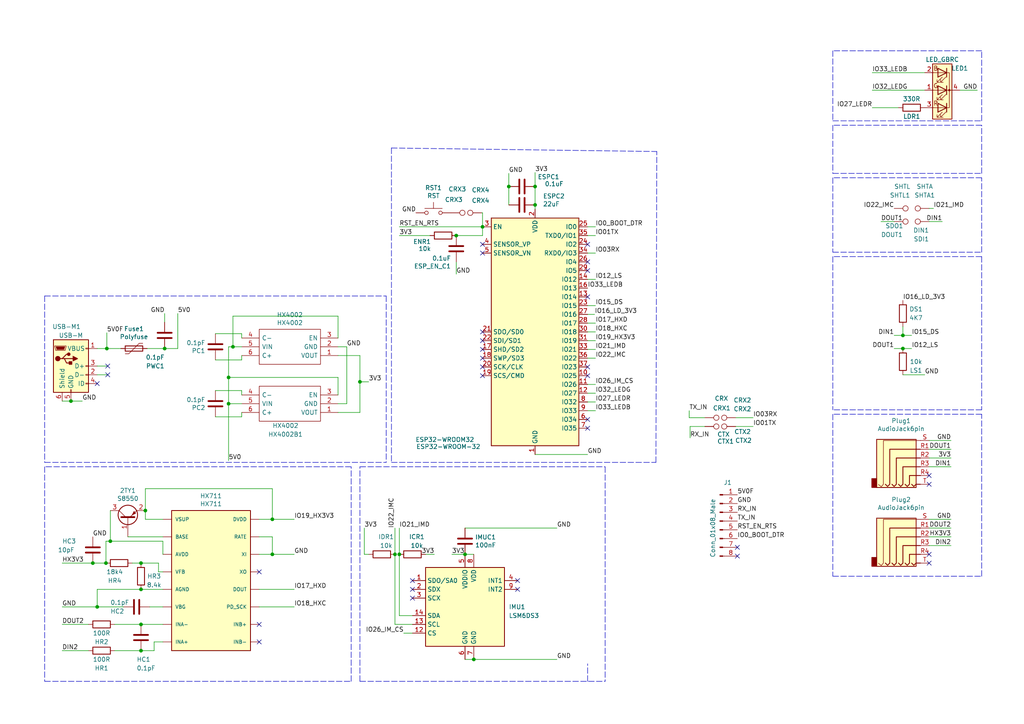
<source format=kicad_sch>
(kicad_sch (version 20211123) (generator eeschema)
  (paper "A4")
  (title_block (title "Smart Device LDAD NANO HX- Prototype Dev. Board") (rev "5.3") (company "AeonLabs") (comment 1 "License CC 2022"))
  (lib_symbols
    (symbol "Connector:AudioJack6pin"
      (property "Reference" "J" (at -4.1148 11.7348 0))
      (property "Value" "Connector_AudioJack6pin" (at -4.1148 9.1948 0))
      (symbol "AudioJack6pin_0_1"
        (rectangle (start -10.2616 -4.7244) (end -11.5316 -7.2644) (stroke (width 0.254)) (fill (type outline)))
        (polyline (pts (xy 0 -6.35) (xy 0.635 -6.985) (xy 1.27 -6.35) (xy 2.54 -6.35)) (stroke (width 0.254)))
        (polyline (pts (xy -5.715 -6.35) (xy -5.08 -6.985) (xy -4.445 -6.35) (xy -4.445 1.27) (xy 2.54 1.27)) (stroke (width 0.254)))
        (polyline (pts (xy -1.905 -6.35) (xy -1.27 -6.985) (xy -0.635 -6.35) (xy -0.635 -3.81) (xy 2.54 -3.81)) (stroke (width 0.254)))
        (polyline (pts (xy 2.54 -1.27) (xy -2.54 -1.27) (xy -2.54 -6.35) (xy -3.175 -6.985) (xy -3.81 -6.35)) (stroke (width 0.254)))
        (polyline (pts (xy 2.54 3.81) (xy -6.35 3.81) (xy -6.35 -6.35) (xy -6.985 -6.985) (xy -7.62 -6.35)) (stroke (width 0.254)))
        (polyline (pts (xy 2.54 6.35) (xy -8.1788 6.35) (xy -8.2042 -6.35) (xy -8.8138 -7.0612) (xy -9.6266 -6.4008)))
        (rectangle (start 1.2954 6.6802) (end -10.1346 -7.2898) (stroke (width 0.254)) (fill (type background)))
      )
      (symbol "AudioJack6pin_1_1"
        (pin passive line (at 5.08 3.81 180) (length 2.54) (name "~") (number "R1"))
        (pin passive line (at 5.08 1.27 180) (length 2.54) (name "~") (number "R2"))
        (pin passive line (at 5.08 -1.27 180) (length 2.54) (name "~") (number "R3"))
        (pin passive line (at 5.08 -3.81 180) (length 2.54) (name "~") (number "R4"))
        (pin passive line (at 5.08 6.35 180) (length 2.54) (name "~") (number "S"))
        (pin passive line (at 5.08 -6.35 180) (length 2.54) (name "~") (number "T"))
      )
    )
    (symbol "Connector:Conn_01x08_Male" (pin_names (offset 1.016) hide)
      (property "Reference" "J" (at 0 10.16 0))
      (property "Value" "Conn_01x08_Male" (at 0 -12.7 0))
      (symbol "Conn_01x08_Male_1_1"
        (polyline (pts (xy 1.27 -10.16) (xy 0.8636 -10.16)) (stroke (width 0.1524)))
        (polyline (pts (xy 1.27 -7.62) (xy 0.8636 -7.62)) (stroke (width 0.1524)))
        (polyline (pts (xy 1.27 -5.08) (xy 0.8636 -5.08)) (stroke (width 0.1524)))
        (polyline (pts (xy 1.27 -2.54) (xy 0.8636 -2.54)) (stroke (width 0.1524)))
        (polyline (pts (xy 1.27 0) (xy 0.8636 0)) (stroke (width 0.1524)))
        (polyline (pts (xy 1.27 2.54) (xy 0.8636 2.54)) (stroke (width 0.1524)))
        (polyline (pts (xy 1.27 5.08) (xy 0.8636 5.08)) (stroke (width 0.1524)))
        (polyline (pts (xy 1.27 7.62) (xy 0.8636 7.62)) (stroke (width 0.1524)))
        (rectangle (start 0.8636 -10.033) (end 0 -10.287) (stroke (width 0.1524)) (fill (type outline)))
        (rectangle (start 0.8636 -7.493) (end 0 -7.747) (stroke (width 0.1524)) (fill (type outline)))
        (rectangle (start 0.8636 -4.953) (end 0 -5.207) (stroke (width 0.1524)) (fill (type outline)))
        (rectangle (start 0.8636 -2.413) (end 0 -2.667) (stroke (width 0.1524)) (fill (type outline)))
        (rectangle (start 0.8636 0.127) (end 0 -0.127) (stroke (width 0.1524)) (fill (type outline)))
        (rectangle (start 0.8636 2.667) (end 0 2.413) (stroke (width 0.1524)) (fill (type outline)))
        (rectangle (start 0.8636 5.207) (end 0 4.953) (stroke (width 0.1524)) (fill (type outline)))
        (rectangle (start 0.8636 7.747) (end 0 7.493) (stroke (width 0.1524)) (fill (type outline)))
        (pin passive line (at 5.08 7.62 180) (length 3.81) (name "Pin_1") (number "1"))
        (pin passive line (at 5.08 5.08 180) (length 3.81) (name "Pin_2") (number "2"))
        (pin passive line (at 5.08 2.54 180) (length 3.81) (name "Pin_3") (number "3"))
        (pin passive line (at 5.08 0 180) (length 3.81) (name "Pin_4") (number "4"))
        (pin passive line (at 5.08 -2.54 180) (length 3.81) (name "Pin_5") (number "5"))
        (pin passive line (at 5.08 -5.08 180) (length 3.81) (name "Pin_6") (number "6"))
        (pin passive line (at 5.08 -7.62 180) (length 3.81) (name "Pin_7") (number "7"))
        (pin passive line (at 5.08 -10.16 180) (length 3.81) (name "Pin_8") (number "8"))
      )
    )
    (symbol "Connector:TestPoint" (pin_numbers hide) (pin_names (offset 0.762) hide)
      (property "Reference" "TP" (at 0 6.858 0))
      (property "Value" "TestPoint" (at 0 5.08 0))
      (symbol "TestPoint_0_1"
        (circle (center 0 3.302) (radius 0.762))
      )
      (symbol "TestPoint_1_1"
        (pin passive line (at 0 0 90) (length 2.54) (name "1") (number "1"))
      )
    )
    (symbol "Connector:USB_B_Micro" (pin_names (offset 1.016))
      (property "Reference" "J" (at -5.08 11.43 0))
      (property "Value" "USB_B_Micro" (at -5.08 8.89 0))
      (symbol "USB_B_Micro_0_1"
        (rectangle (start -5.08 -7.62) (end 5.08 7.62) (stroke (width 0.254)) (fill (type background)))
        (circle (center -3.81 2.159) (radius 0.635) (stroke (width 0.254)) (fill (type outline)))
        (circle (center -0.635 3.429) (radius 0.381) (stroke (width 0.254)) (fill (type outline)))
        (rectangle (start -0.127 -7.62) (end 0.127 -6.858))
        (polyline (pts (xy -1.905 2.159) (xy 0.635 2.159)) (stroke (width 0.254)))
        (polyline (pts (xy -3.175 2.159) (xy -2.54 2.159) (xy -1.27 3.429) (xy -0.635 3.429)) (stroke (width 0.254)))
        (polyline (pts (xy -2.54 2.159) (xy -1.905 2.159) (xy -1.27 0.889) (xy 0 0.889)) (stroke (width 0.254)))
        (polyline (pts (xy 0.635 2.794) (xy 0.635 1.524) (xy 1.905 2.159) (xy 0.635 2.794)) (stroke (width 0.254)) (fill (type outline)))
        (polyline (pts (xy -4.318 5.588) (xy -1.778 5.588) (xy -2.032 4.826) (xy -4.064 4.826) (xy -4.318 5.588)) (fill (type outline)))
        (polyline (pts (xy -4.699 5.842) (xy -4.699 5.588) (xy -4.445 4.826) (xy -4.445 4.572) (xy -1.651 4.572) (xy -1.651 4.826) (xy -1.397 5.588) (xy -1.397 5.842) (xy -4.699 5.842)))
        (rectangle (start 0.254 1.27) (end -0.508 0.508) (stroke (width 0.254)) (fill (type outline)))
        (rectangle (start 5.08 -5.207) (end 4.318 -4.953))
        (rectangle (start 5.08 -2.667) (end 4.318 -2.413))
        (rectangle (start 5.08 -0.127) (end 4.318 0.127))
        (rectangle (start 5.08 4.953) (end 4.318 5.207))
      )
      (symbol "USB_B_Micro_1_1"
        (pin power_out line (at 7.62 5.08 180) (length 2.54) (name "VBUS") (number "1"))
        (pin bidirectional line (at 7.62 -2.54 180) (length 2.54) (name "D-") (number "2"))
        (pin bidirectional line (at 7.62 0 180) (length 2.54) (name "D+") (number "3"))
        (pin passive line (at 7.62 -5.08 180) (length 2.54) (name "ID") (number "4"))
        (pin power_out line (at 0 -10.16 90) (length 2.54) (name "GND") (number "5"))
        (pin passive line (at -2.54 -10.16 90) (length 2.54) (name "Shield") (number "6"))
      )
    )
    (symbol "Device:C" (pin_numbers hide) (pin_names (offset 0.254))
      (property "Reference" "C" (at 0.635 2.54 0))
      (property "Value" "C" (at 0.635 -2.54 0))
      (symbol "C_0_1"
        (polyline (pts (xy -2.032 -0.762) (xy 2.032 -0.762)) (stroke (width 0.508)))
        (polyline (pts (xy -2.032 0.762) (xy 2.032 0.762)) (stroke (width 0.508)))
      )
      (symbol "C_1_1"
        (pin passive line (at 0 3.81 270) (length 2.794) (name "~") (number "1"))
        (pin passive line (at 0 -3.81 90) (length 2.794) (name "~") (number "2"))
      )
    )
    (symbol "Device:LED_GBRC" (pin_names (offset 0) hide)
      (property "Reference" "D" (at 0 9.398 0))
      (property "Value" "Device_LED_GBRC" (at 0 -8.89 0))
      (symbol "LED_GBRC_0_0"
        (text "B" (at 1.905 -6.35 0) (effects (font (size 1.27 1.27))))
        (text "G" (at 1.905 -1.27 0) (effects (font (size 1.27 1.27))))
        (text "R" (at 1.905 3.81 0) (effects (font (size 1.27 1.27))))
      )
      (symbol "LED_GBRC_0_1"
        (circle (center -2.032 0) (radius 0.254) (fill (type outline)))
        (polyline (pts (xy -1.27 -5.08) (xy 1.27 -5.08)))
        (polyline (pts (xy -1.27 -3.81) (xy -1.27 -6.35)) (stroke (width 0.254)))
        (polyline (pts (xy -1.27 0) (xy -2.54 0)))
        (polyline (pts (xy -1.27 1.27) (xy -1.27 -1.27)) (stroke (width 0.254)))
        (polyline (pts (xy -1.27 5.08) (xy 1.27 5.08)))
        (polyline (pts (xy -1.27 6.35) (xy -1.27 3.81)) (stroke (width 0.254)))
        (polyline (pts (xy 1.27 -5.08) (xy 2.54 -5.08)))
        (polyline (pts (xy 1.27 0) (xy -1.27 0)))
        (polyline (pts (xy 1.27 0) (xy 2.54 0)))
        (polyline (pts (xy 1.27 5.08) (xy 2.54 5.08)))
        (polyline (pts (xy -1.27 1.27) (xy -1.27 -1.27) (xy -1.27 -1.27)))
        (polyline (pts (xy -1.27 6.35) (xy -1.27 3.81) (xy -1.27 3.81)))
        (polyline (pts (xy -1.27 5.08) (xy -2.032 5.08) (xy -2.032 -5.08) (xy -1.016 -5.08)))
        (polyline (pts (xy 1.27 -3.81) (xy 1.27 -6.35) (xy -1.27 -5.08) (xy 1.27 -3.81)) (stroke (width 0.254)))
        (polyline (pts (xy 1.27 1.27) (xy 1.27 -1.27) (xy -1.27 0) (xy 1.27 1.27)) (stroke (width 0.254)))
        (polyline (pts (xy 1.27 6.35) (xy 1.27 3.81) (xy -1.27 5.08) (xy 1.27 6.35)) (stroke (width 0.254)))
        (polyline (pts (xy -1.016 -3.81) (xy 0.508 -2.286) (xy -0.254 -2.286) (xy 0.508 -2.286) (xy 0.508 -3.048)))
        (polyline (pts (xy -1.016 1.27) (xy 0.508 2.794) (xy -0.254 2.794) (xy 0.508 2.794) (xy 0.508 2.032)))
        (polyline (pts (xy -1.016 6.35) (xy 0.508 7.874) (xy -0.254 7.874) (xy 0.508 7.874) (xy 0.508 7.112)))
        (polyline (pts (xy 0 -3.81) (xy 1.524 -2.286) (xy 0.762 -2.286) (xy 1.524 -2.286) (xy 1.524 -3.048)))
        (polyline (pts (xy 0 1.27) (xy 1.524 2.794) (xy 0.762 2.794) (xy 1.524 2.794) (xy 1.524 2.032)))
        (polyline (pts (xy 0 6.35) (xy 1.524 7.874) (xy 0.762 7.874) (xy 1.524 7.874) (xy 1.524 7.112)))
        (rectangle (start 1.27 -1.27) (end 1.27 1.27))
        (rectangle (start 1.27 1.27) (end 1.27 1.27))
        (rectangle (start 1.27 3.81) (end 1.27 6.35))
        (rectangle (start 1.27 6.35) (end 1.27 6.35))
        (rectangle (start 2.794 8.382) (end -2.794 -7.62) (stroke (width 0.254)) (fill (type background)))
      )
      (symbol "LED_GBRC_1_1"
        (pin passive line (at 5.08 0 180) (length 2.54) (name "GA") (number "1"))
        (pin passive line (at 5.08 -5.08 180) (length 2.54) (name "BA") (number "2"))
        (pin passive line (at 5.08 5.08 180) (length 2.54) (name "RA") (number "3"))
        (pin passive line (at -5.08 0 0) (length 2.54) (name "K") (number "4"))
      )
    )
    (symbol "Device:Polyfuse" (pin_numbers hide) (pin_names (offset 0))
      (property "Reference" "F" (at -2.54 0 90))
      (property "Value" "Polyfuse" (at 2.54 0 90))
      (symbol "Polyfuse_0_1"
        (rectangle (start -0.762 2.54) (end 0.762 -2.54) (stroke (width 0.254)))
        (polyline (pts (xy 0 2.54) (xy 0 -2.54)))
        (polyline (pts (xy -1.524 2.54) (xy -1.524 1.524) (xy 1.524 -1.524) (xy 1.524 -2.54)))
      )
      (symbol "Polyfuse_1_1"
        (pin passive line (at 0 3.81 270) (length 1.27) (name "~") (number "1"))
        (pin passive line (at 0 -3.81 90) (length 1.27) (name "~") (number "2"))
      )
    )
    (symbol "Device:R" (pin_numbers hide) (pin_names (offset 0))
      (property "Reference" "R" (at 2.032 0 90))
      (property "Value" "R" (at 0 0 90))
      (symbol "R_0_1"
        (rectangle (start -1.016 -2.54) (end 1.016 2.54) (stroke (width 0.254)))
      )
      (symbol "R_1_1"
        (pin passive line (at 0 3.81 270) (length 1.27) (name "~") (number "1"))
        (pin passive line (at 0 -3.81 90) (length 1.27) (name "~") (number "2"))
      )
    )
    (symbol "HX4002:HX4002" (pin_names (offset 0.762))
      (property "Reference" "IC" (at 24.13 7.62 0))
      (property "Value" "HX4002_HX4002" (at 24.13 5.08 0))
      (symbol "HX4002_0_0"
        (pin passive line (at 0 0 0) (length 5.08) (name "VOUT") (number "1"))
        (pin passive line (at 0 -2.54 0) (length 5.08) (name "GND") (number "2"))
        (pin passive line (at 0 -5.08 0) (length 5.08) (name "EN") (number "3"))
        (pin passive line (at 27.94 -5.08 180) (length 5.08) (name "C-") (number "4"))
        (pin passive line (at 27.94 -2.54 180) (length 5.08) (name "VIN") (number "5"))
        (pin passive line (at 27.94 0 180) (length 5.08) (name "C+") (number "6"))
      )
      (symbol "HX4002_0_1"
        (polyline (pts (xy 5.08 2.54) (xy 22.86 2.54) (xy 22.86 -7.62) (xy 5.08 -7.62) (xy 5.08 2.54)) (stroke (width 0.1524)))
      )
    )
    (symbol "HX711:HX711" (pin_numbers hide) (pin_names (offset 1.016))
      (property "Reference" "U" (at -12.7 21.082 0))
      (property "Value" "HX711_HX711" (at -12.7 -21.082 0))
      (symbol "HX711_0_0"
        (rectangle (start -12.7 -20.32) (end 10.16 20.32) (stroke (width 0.254)) (fill (type background)))
        (pin bidirectional line (at -15.24 17.78 0) (length 2.54) (name "VSUP") (number "1"))
        (pin bidirectional line (at 12.7 -12.7 180) (length 2.54) (name "INB+") (number "10"))
        (pin bidirectional line (at 12.7 -7.62 180) (length 2.54) (name "PD_SCK") (number "11"))
        (pin bidirectional line (at 12.7 -2.54 180) (length 2.54) (name "DOUT") (number "12"))
        (pin bidirectional line (at 12.7 2.54 180) (length 2.54) (name "XO") (number "13"))
        (pin bidirectional line (at 12.7 7.62 180) (length 2.54) (name "XI") (number "14"))
        (pin bidirectional line (at 12.7 12.7 180) (length 2.54) (name "RATE") (number "15"))
        (pin bidirectional line (at 12.7 17.78 180) (length 2.54) (name "DVDD") (number "16"))
        (pin bidirectional line (at -15.24 12.7 0) (length 2.54) (name "BASE") (number "2"))
        (pin bidirectional line (at -15.24 7.62 0) (length 2.54) (name "AVDD") (number "3"))
        (pin bidirectional line (at -15.24 2.54 0) (length 2.54) (name "VFB") (number "4"))
        (pin bidirectional line (at -15.24 -2.54 0) (length 2.54) (name "AGND") (number "5"))
        (pin bidirectional line (at -15.24 -7.62 0) (length 2.54) (name "VBG") (number "6"))
        (pin bidirectional line (at -15.24 -12.7 0) (length 2.54) (name "INA-") (number "7"))
        (pin bidirectional line (at -15.24 -17.78 0) (length 2.54) (name "INA+") (number "8"))
        (pin bidirectional line (at 12.7 -17.78 180) (length 2.54) (name "INB-") (number "9"))
      )
    )
    (symbol "RF_Module:ESP32-WROOM-32"
      (property "Reference" "U" (at -12.7 34.29 0))
      (property "Value" "ESP32-WROOM-32" (at 1.27 34.29 0))
      (symbol "ESP32-WROOM-32_0_1"
        (rectangle (start -12.7 33.02) (end 12.7 -33.02) (stroke (width 0.254)) (fill (type background)))
      )
      (symbol "ESP32-WROOM-32_1_1"
        (pin power_in line (at 0 -35.56 90) (length 2.54) (name "GND") (number "1"))
        (pin bidirectional line (at 15.24 -12.7 180) (length 2.54) (name "IO25") (number "10"))
        (pin bidirectional line (at 15.24 -15.24 180) (length 2.54) (name "IO26") (number "11"))
        (pin bidirectional line (at 15.24 -17.78 180) (length 2.54) (name "IO27") (number "12"))
        (pin bidirectional line (at 15.24 10.16 180) (length 2.54) (name "IO14") (number "13"))
        (pin bidirectional line (at 15.24 15.24 180) (length 2.54) (name "IO12") (number "14"))
        (pin passive line (at 0 -35.56 90) (length 2.54) hide (name "GND") (number "15"))
        (pin bidirectional line (at 15.24 12.7 180) (length 2.54) (name "IO13") (number "16"))
        (pin bidirectional line (at -15.24 -5.08 0) (length 2.54) (name "SHD/SD2") (number "17"))
        (pin bidirectional line (at -15.24 -7.62 0) (length 2.54) (name "SWP/SD3") (number "18"))
        (pin bidirectional line (at -15.24 -12.7 0) (length 2.54) (name "SCS/CMD") (number "19"))
        (pin power_in line (at 0 35.56 270) (length 2.54) (name "VDD") (number "2"))
        (pin bidirectional line (at -15.24 -10.16 0) (length 2.54) (name "SCK/CLK") (number "20"))
        (pin bidirectional line (at -15.24 0 0) (length 2.54) (name "SDO/SD0") (number "21"))
        (pin bidirectional line (at -15.24 -2.54 0) (length 2.54) (name "SDI/SD1") (number "22"))
        (pin bidirectional line (at 15.24 7.62 180) (length 2.54) (name "IO15") (number "23"))
        (pin bidirectional line (at 15.24 25.4 180) (length 2.54) (name "IO2") (number "24"))
        (pin bidirectional line (at 15.24 30.48 180) (length 2.54) (name "IO0") (number "25"))
        (pin bidirectional line (at 15.24 20.32 180) (length 2.54) (name "IO4") (number "26"))
        (pin bidirectional line (at 15.24 5.08 180) (length 2.54) (name "IO16") (number "27"))
        (pin bidirectional line (at 15.24 2.54 180) (length 2.54) (name "IO17") (number "28"))
        (pin bidirectional line (at 15.24 17.78 180) (length 2.54) (name "IO5") (number "29"))
        (pin input line (at -15.24 30.48 0) (length 2.54) (name "EN") (number "3"))
        (pin bidirectional line (at 15.24 0 180) (length 2.54) (name "IO18") (number "30"))
        (pin bidirectional line (at 15.24 -2.54 180) (length 2.54) (name "IO19") (number "31"))
        (pin no_connect line (at -12.7 -27.94 0) (length 2.54) hide (name "NC") (number "32"))
        (pin bidirectional line (at 15.24 -5.08 180) (length 2.54) (name "IO21") (number "33"))
        (pin bidirectional line (at 15.24 22.86 180) (length 2.54) (name "RXD0/IO3") (number "34"))
        (pin bidirectional line (at 15.24 27.94 180) (length 2.54) (name "TXD0/IO1") (number "35"))
        (pin bidirectional line (at 15.24 -7.62 180) (length 2.54) (name "IO22") (number "36"))
        (pin bidirectional line (at 15.24 -10.16 180) (length 2.54) (name "IO23") (number "37"))
        (pin passive line (at 0 -35.56 90) (length 2.54) hide (name "GND") (number "38"))
        (pin passive line (at 0 -35.56 90) (length 2.54) hide (name "GND") (number "39"))
        (pin input line (at -15.24 25.4 0) (length 2.54) (name "SENSOR_VP") (number "4"))
        (pin input line (at -15.24 22.86 0) (length 2.54) (name "SENSOR_VN") (number "5"))
        (pin input line (at 15.24 -25.4 180) (length 2.54) (name "IO34") (number "6"))
        (pin input line (at 15.24 -27.94 180) (length 2.54) (name "IO35") (number "7"))
        (pin bidirectional line (at 15.24 -20.32 180) (length 2.54) (name "IO32") (number "8"))
        (pin bidirectional line (at 15.24 -22.86 180) (length 2.54) (name "IO33") (number "9"))
      )
    )
    (symbol "Sensor_Motion:LSM6DS3"
      (property "Reference" "U" (at -11.43 15.24 0))
      (property "Value" "LSM6DS3" (at -11.43 12.7 0))
      (symbol "LSM6DS3_0_1"
        (rectangle (start 11.43 11.43) (end -11.43 -11.43) (stroke (width 0.254)) (fill (type background)))
      )
      (symbol "LSM6DS3_1_1"
        (pin bidirectional line (at -15.24 7.62 0) (length 3.81) (name "SDO/SA0") (number "1"))
        (pin no_connect line (at 10.16 -5.08 180) (length 3.81) hide (name "NC") (number "10"))
        (pin no_connect line (at 10.16 -2.54 180) (length 3.81) hide (name "NC") (number "11"))
        (pin input line (at -15.24 -7.62 0) (length 3.81) (name "CS") (number "12"))
        (pin input line (at -15.24 -5.08 0) (length 3.81) (name "SCL") (number "13"))
        (pin bidirectional line (at -15.24 -2.54 0) (length 3.81) (name "SDA") (number "14"))
        (pin bidirectional line (at -15.24 5.08 0) (length 3.81) (name "SDX") (number "2"))
        (pin input line (at -15.24 2.54 0) (length 3.81) (name "SCX") (number "3"))
        (pin output line (at 15.24 7.62 180) (length 3.81) (name "INT1") (number "4"))
        (pin power_in line (at 0 15.24 270) (length 3.81) (name "VDDIO") (number "5"))
        (pin power_in line (at 0 -15.24 90) (length 3.81) (name "GND") (number "6"))
        (pin power_in line (at 2.54 -15.24 90) (length 3.81) (name "GND") (number "7"))
        (pin power_in line (at 2.54 15.24 270) (length 3.81) (name "VDD") (number "8"))
        (pin output line (at 15.24 5.08 180) (length 3.81) (name "INT2") (number "9"))
      )
    )
    (symbol "Switch:SW_Push" (pin_numbers hide) (pin_names (offset 1.016) hide)
      (property "Reference" "SW" (at 1.27 2.54 0))
      (property "Value" "SW_Push" (at 0 -1.524 0))
      (symbol "SW_Push_0_1"
        (circle (center -2.032 0) (radius 0.508))
        (polyline (pts (xy 0 1.27) (xy 0 3.048)))
        (polyline (pts (xy 2.54 1.27) (xy -2.54 1.27)))
        (circle (center 2.032 0) (radius 0.508))
        (pin passive line (at -5.08 0 0) (length 2.54) (name "1") (number "1"))
        (pin passive line (at 5.08 0 180) (length 2.54) (name "2") (number "2"))
      )
    )
    (symbol "Transistor_BJT:BC807" (pin_names (offset 0) hide)
      (property "Reference" "Q" (at 5.08 1.905 0))
      (property "Value" "BC807" (at 5.08 0 0))
      (symbol "BC807_0_1"
        (polyline (pts (xy 0.635 0.635) (xy 2.54 2.54)))
        (polyline (pts (xy 0.635 -0.635) (xy 2.54 -2.54) (xy 2.54 -2.54)))
        (polyline (pts (xy 0.635 1.905) (xy 0.635 -1.905) (xy 0.635 -1.905)) (stroke (width 0.508)))
        (polyline (pts (xy 2.286 -1.778) (xy 1.778 -2.286) (xy 1.27 -1.27) (xy 2.286 -1.778) (xy 2.286 -1.778)) (fill (type outline)))
        (circle (center 1.27 0) (radius 2.8194) (stroke (width 0.254)))
      )
      (symbol "BC807_1_1"
        (pin input line (at -5.08 0 0) (length 5.715) (name "B") (number "1"))
        (pin passive line (at 2.54 -5.08 90) (length 2.54) (name "E") (number "2"))
        (pin passive line (at 2.54 5.08 270) (length 2.54) (name "C") (number "3"))
      )
    )
  )
  (junction (at 137.414 191.262))
  (junction (at 104.394 110.744))
  (junction (at 261.874 101.092))
  (junction (at 20.574 116.332))
  (junction (at 155.194 54.102))
  (junction (at 114.554 160.782))
  (junction (at 26.924 163.322))
  (junction (at 261.874 97.282))
  (junction (at 66.294 109.474))
  (junction (at 42.164 148.082))
  (junction (at 139.954 65.786))
  (junction (at 67.564 100.584))
  (junction (at 115.824 160.782))
  (junction (at 134.874 160.782))
  (junction (at 132.334 68.326))
  (junction (at 147.574 54.102))
  (junction (at 32.004 156.972))
  (junction (at 40.894 188.722))
  (junction (at 78.994 160.782))
  (junction (at 78.994 150.622))
  (junction (at 155.194 59.436))
  (junction (at 30.988 101.092))
  (junction (at 66.294 117.094))
  (junction (at 40.894 181.102))
  (junction (at 30.734 163.322))
  (junction (at 40.894 170.942))
  (junction (at 28.194 176.022))
  (junction (at 40.894 163.322))
  (junction (at 47.752 101.092))
  (no_connect (at 139.954 96.266))
  (no_connect (at 170.434 121.666))
  (no_connect (at 119.634 170.942))
  (no_connect (at 139.954 108.966))
  (no_connect (at 150.114 168.402))
  (no_connect (at 150.114 170.942))
  (no_connect (at 75.184 165.862))
  (no_connect (at 119.634 173.482))
  (no_connect (at 170.434 106.426))
  (no_connect (at 170.434 86.106))
  (no_connect (at 170.434 75.946))
  (no_connect (at 139.954 103.886))
  (no_connect (at 170.434 78.486))
  (no_connect (at 269.494 140.462))
  (no_connect (at 269.494 163.322))
  (no_connect (at 213.868 158.75))
  (no_connect (at 213.868 161.29))
  (no_connect (at 269.494 137.922))
  (no_connect (at 170.434 70.866))
  (no_connect (at 139.954 106.426))
  (no_connect (at 139.954 101.346))
  (no_connect (at 139.954 70.866))
  (no_connect (at 269.494 160.782))
  (no_connect (at 31.242 106.172))
  (no_connect (at 31.242 108.712))
  (no_connect (at 139.954 98.806))
  (no_connect (at 170.434 108.966))
  (no_connect (at 119.634 168.402))
  (no_connect (at 28.194 111.252))
  (no_connect (at 75.184 181.102))
  (no_connect (at 75.184 186.182))
  (no_connect (at 170.434 124.206))
  (no_connect (at 139.954 73.406))
  (wire (pts (xy 70.104 113.284) (xy 62.484 113.284)))
  (polyline (pts (xy 113.538 42.926) (xy 190.5 43.942)))
  (wire (pts (xy 213.36 123.698) (xy 218.44 123.698)))
  (wire (pts (xy 47.752 93.472) (xy 47.752 90.932)))
  (wire (pts (xy 269.494 155.702) (xy 275.844 155.702)))
  (polyline (pts (xy 101.854 135.382) (xy 12.954 135.382)))
  (wire (pts (xy 100.584 100.584) (xy 100.584 117.094)))
  (wire (pts (xy 47.244 160.782) (xy 47.244 156.972)))
  (wire (pts (xy 259.334 64.262) (xy 255.524 64.262)))
  (wire (pts (xy 40.894 188.722) (xy 33.274 188.722)))
  (wire (pts (xy 155.194 59.436) (xy 155.194 60.706)))
  (wire (pts (xy 137.414 160.782) (xy 134.874 160.782)))
  (polyline (pts (xy 170.434 197.612) (xy 170.434 192.532)))
  (polyline (pts (xy 175.514 135.382) (xy 175.514 197.612)))
  (wire (pts (xy 104.394 110.744) (xy 104.394 119.634)))
  (polyline (pts (xy 241.554 14.732) (xy 241.554 35.052)))
  (wire (pts (xy 269.494 132.842) (xy 275.844 132.842)))
  (polyline (pts (xy 241.554 73.152) (xy 284.734 73.152)))
  (wire (pts (xy 75.184 150.622) (xy 78.994 150.622)))
  (wire (pts (xy 44.704 188.722) (xy 40.894 188.722)))
  (wire (pts (xy 75.184 155.702) (xy 78.994 155.702)))
  (wire (pts (xy 269.494 127.762) (xy 275.844 127.762)))
  (wire (pts (xy 20.574 116.332) (xy 23.876 116.332)))
  (wire (pts (xy 170.434 65.786) (xy 172.72 65.786)))
  (wire (pts (xy 47.244 170.942) (xy 40.894 170.942)))
  (wire (pts (xy 106.934 110.744) (xy 104.394 110.744)))
  (wire (pts (xy 47.244 176.022) (xy 43.434 176.022)))
  (wire (pts (xy 268.224 21.082) (xy 252.984 21.082)))
  (wire (pts (xy 269.494 150.622) (xy 275.844 150.622)))
  (polyline (pts (xy 104.394 197.612) (xy 104.394 135.382)))
  (wire (pts (xy 45.974 163.322) (xy 40.894 163.322)))
  (polyline (pts (xy 104.394 135.382) (xy 175.514 135.382)))
  (wire (pts (xy 47.244 156.972) (xy 32.004 156.972)))
  (wire (pts (xy 100.584 117.094) (xy 98.044 117.094)))
  (polyline (pts (xy 12.954 197.612) (xy 101.854 197.612)))
  (polyline (pts (xy 241.554 167.132) (xy 284.734 167.132)))
  (wire (pts (xy 78.994 155.702) (xy 78.994 160.782)))
  (wire (pts (xy 252.984 26.162) (xy 268.224 26.162)))
  (wire (pts (xy 25.654 181.102) (xy 18.034 181.102)))
  (wire (pts (xy 28.194 170.942) (xy 28.194 176.022)))
  (wire (pts (xy 170.434 93.726) (xy 172.72 93.726)))
  (wire (pts (xy 18.034 163.322) (xy 26.924 163.322)))
  (wire (pts (xy 70.104 119.634) (xy 70.104 120.904)))
  (wire (pts (xy 31.242 106.172) (xy 28.194 106.172)))
  (wire (pts (xy 199.898 121.158) (xy 204.47 121.158)))
  (wire (pts (xy 31.242 108.712) (xy 28.194 108.712)))
  (polyline (pts (xy 101.854 197.612) (xy 101.854 135.382)))
  (wire (pts (xy 66.294 117.094) (xy 66.294 109.474)))
  (wire (pts (xy 260.604 31.242) (xy 252.984 31.242)))
  (wire (pts (xy 170.434 73.406) (xy 172.72 73.406)))
  (wire (pts (xy 155.194 54.102) (xy 155.194 59.436)))
  (wire (pts (xy 45.974 165.862) (xy 45.974 163.322)))
  (wire (pts (xy 137.414 191.262) (xy 134.874 191.262)))
  (wire (pts (xy 40.894 170.942) (xy 28.194 170.942)))
  (polyline (pts (xy 284.734 50.292) (xy 284.734 36.322)))
  (polyline (pts (xy 284.734 35.052) (xy 284.734 14.732)))
  (wire (pts (xy 35.052 101.092) (xy 30.988 101.092)))
  (wire (pts (xy 75.184 170.942) (xy 85.344 170.942)))
  (wire (pts (xy 30.734 163.322) (xy 30.734 156.972)))
  (wire (pts (xy 66.294 117.094) (xy 66.294 133.604)))
  (polyline (pts (xy 241.554 51.562) (xy 241.554 73.152)))
  (polyline (pts (xy 284.734 51.562) (xy 241.554 51.562)))
  (wire (pts (xy 51.562 90.932) (xy 51.562 101.092)))
  (wire (pts (xy 28.194 176.022) (xy 35.814 176.022)))
  (wire (pts (xy 44.704 186.182) (xy 44.704 188.722)))
  (wire (pts (xy 147.574 54.102) (xy 147.574 59.436)))
  (wire (pts (xy 115.824 178.562) (xy 115.824 160.782)))
  (wire (pts (xy 25.654 188.722) (xy 18.034 188.722)))
  (wire (pts (xy 78.994 160.782) (xy 85.344 160.782)))
  (wire (pts (xy 269.494 135.382) (xy 275.844 135.382)))
  (wire (pts (xy 170.434 116.586) (xy 172.72 116.586)))
  (wire (pts (xy 134.874 153.162) (xy 161.544 153.162)))
  (wire (pts (xy 139.954 61.722) (xy 139.7 61.722)))
  (wire (pts (xy 67.564 100.584) (xy 70.104 100.584)))
  (polyline (pts (xy 284.734 74.422) (xy 241.554 74.422)))
  (wire (pts (xy 170.434 68.326) (xy 172.72 68.326)))
  (wire (pts (xy 139.954 65.786) (xy 139.954 61.722)))
  (polyline (pts (xy 241.554 74.422) (xy 241.554 118.872)))
  (wire (pts (xy 170.434 119.126) (xy 172.72 119.126)))
  (polyline (pts (xy 284.734 120.142) (xy 241.554 120.142)))
  (wire (pts (xy 78.994 150.622) (xy 85.344 150.622)))
  (wire (pts (xy 261.874 108.712) (xy 268.224 108.712)))
  (wire (pts (xy 40.894 181.102) (xy 33.274 181.102)))
  (polyline (pts (xy 12.954 135.382) (xy 12.954 197.612)))
  (wire (pts (xy 155.194 50.038) (xy 155.194 54.102)))
  (polyline (pts (xy 241.554 36.322) (xy 241.554 50.292)))
  (wire (pts (xy 115.824 160.782) (xy 115.824 153.162)))
  (wire (pts (xy 134.874 160.782) (xy 131.064 160.782)))
  (wire (pts (xy 269.494 64.262) (xy 273.304 64.262)))
  (wire (pts (xy 170.434 98.806) (xy 172.72 98.806)))
  (wire (pts (xy 32.004 156.972) (xy 32.004 148.082)))
  (wire (pts (xy 269.494 158.242) (xy 275.844 158.242)))
  (wire (pts (xy 200.152 123.698) (xy 204.47 123.698)))
  (wire (pts (xy 200.152 123.698) (xy 200.152 127)))
  (wire (pts (xy 98.044 109.474) (xy 98.044 114.554)))
  (wire (pts (xy 66.294 100.584) (xy 67.564 100.584)))
  (polyline (pts (xy 284.734 36.322) (xy 241.554 36.322)))
  (wire (pts (xy 170.434 111.506) (xy 172.72 111.506)))
  (wire (pts (xy 213.36 121.158) (xy 218.44 121.158)))
  (wire (pts (xy 132.334 75.946) (xy 132.334 79.502)))
  (wire (pts (xy 47.244 165.862) (xy 45.974 165.862)))
  (wire (pts (xy 47.752 101.092) (xy 51.562 101.092)))
  (wire (pts (xy 28.194 176.022) (xy 18.034 176.022)))
  (wire (pts (xy 30.988 96.52) (xy 30.988 101.092)))
  (wire (pts (xy 104.394 103.124) (xy 104.394 110.744)))
  (wire (pts (xy 269.494 153.162) (xy 275.844 153.162)))
  (polyline (pts (xy 284.734 14.732) (xy 241.554 14.732)))
  (polyline (pts (xy 241.554 50.292) (xy 284.734 50.292)))
  (polyline (pts (xy 284.734 73.152) (xy 284.734 51.562)))
  (wire (pts (xy 115.824 65.786) (xy 139.954 65.786)))
  (wire (pts (xy 170.434 91.186) (xy 172.466 91.186)))
  (wire (pts (xy 261.874 97.282) (xy 264.414 97.282)))
  (wire (pts (xy 261.874 97.282) (xy 259.334 97.282)))
  (wire (pts (xy 261.874 94.742) (xy 261.874 97.282)))
  (wire (pts (xy 78.994 141.732) (xy 78.994 150.622)))
  (wire (pts (xy 42.164 141.732) (xy 78.994 141.732)))
  (wire (pts (xy 139.954 65.786) (xy 139.954 68.326)))
  (polyline (pts (xy 12.954 85.852) (xy 12.954 134.112)))
  (wire (pts (xy 70.104 104.394) (xy 62.484 104.394)))
  (wire (pts (xy 104.394 119.634) (xy 98.044 119.634)))
  (wire (pts (xy 18.034 116.332) (xy 20.574 116.332)))
  (wire (pts (xy 170.434 114.046) (xy 172.72 114.046)))
  (wire (pts (xy 261.874 101.092) (xy 264.414 101.092)))
  (wire (pts (xy 42.164 148.082) (xy 42.164 141.732)))
  (polyline (pts (xy 113.538 42.926) (xy 113.538 134.112)))
  (wire (pts (xy 70.104 103.124) (xy 70.104 104.394)))
  (wire (pts (xy 199.898 119.126) (xy 199.898 121.158)))
  (wire (pts (xy 105.664 160.782) (xy 106.934 160.782)))
  (polyline (pts (xy 112.014 85.852) (xy 112.014 134.112)))
  (wire (pts (xy 67.564 100.584) (xy 67.564 91.694)))
  (polyline (pts (xy 284.734 118.872) (xy 241.554 118.872)))
  (wire (pts (xy 114.554 181.102) (xy 114.554 160.782)))
  (wire (pts (xy 66.294 109.474) (xy 98.044 109.474)))
  (wire (pts (xy 70.104 98.044) (xy 70.104 96.774)))
  (polyline (pts (xy 190.246 134.112) (xy 190.5 43.942)))
  (wire (pts (xy 47.244 155.702) (xy 37.084 155.702)))
  (polyline (pts (xy 241.554 120.142) (xy 241.554 167.132)))
  (wire (pts (xy 123.444 160.782) (xy 125.984 160.782)))
  (polyline (pts (xy 12.954 134.112) (xy 112.014 134.112)))
  (wire (pts (xy 40.894 163.322) (xy 38.354 163.322)))
  (wire (pts (xy 70.104 96.774) (xy 62.484 96.774)))
  (wire (pts (xy 115.824 68.326) (xy 124.714 68.326)))
  (wire (pts (xy 119.634 183.642) (xy 117.094 183.642)))
  (wire (pts (xy 67.564 91.694) (xy 98.044 91.694)))
  (wire (pts (xy 170.434 101.346) (xy 172.72 101.346)))
  (polyline (pts (xy 241.554 35.052) (xy 284.734 35.052)))
  (wire (pts (xy 30.734 156.972) (xy 32.004 156.972)))
  (wire (pts (xy 137.414 191.262) (xy 161.544 191.262)))
  (wire (pts (xy 70.104 114.554) (xy 70.104 113.284)))
  (wire (pts (xy 170.434 81.026) (xy 172.72 81.026)))
  (wire (pts (xy 75.184 176.022) (xy 85.344 176.022)))
  (wire (pts (xy 119.634 181.102) (xy 114.554 181.102)))
  (polyline (pts (xy 113.538 134.112) (xy 190.246 134.112)))
  (wire (pts (xy 98.044 91.694) (xy 98.044 98.044)))
  (wire (pts (xy 42.164 150.622) (xy 42.164 148.082)))
  (wire (pts (xy 47.244 186.182) (xy 44.704 186.182)))
  (wire (pts (xy 269.494 130.302) (xy 275.844 130.302)))
  (wire (pts (xy 47.244 181.102) (xy 40.894 181.102)))
  (wire (pts (xy 259.334 101.092) (xy 261.874 101.092)))
  (wire (pts (xy 30.988 101.092) (xy 28.194 101.092)))
  (wire (pts (xy 155.194 131.826) (xy 170.434 131.826)))
  (wire (pts (xy 114.554 160.782) (xy 114.554 153.162)))
  (wire (pts (xy 66.294 109.474) (xy 66.294 100.584)))
  (polyline (pts (xy 12.954 85.852) (xy 112.014 85.852)))
  (wire (pts (xy 170.434 96.266) (xy 172.72 96.266)))
  (wire (pts (xy 42.672 101.092) (xy 47.752 101.092)))
  (wire (pts (xy 147.574 50.292) (xy 147.574 54.102)))
  (polyline (pts (xy 104.394 197.612) (xy 175.514 197.612)))
  (wire (pts (xy 269.494 60.452) (xy 270.764 60.452)))
  (wire (pts (xy 170.434 103.886) (xy 172.72 103.886)))
  (wire (pts (xy 70.104 117.094) (xy 66.294 117.094)))
  (wire (pts (xy 139.954 68.326) (xy 132.334 68.326)))
  (wire (pts (xy 70.104 120.904) (xy 62.484 120.904)))
  (wire (pts (xy 170.434 88.646) (xy 172.72 88.646)))
  (wire (pts (xy 119.634 178.562) (xy 115.824 178.562)))
  (polyline (pts (xy 284.734 167.132) (xy 284.734 120.142)))
  (wire (pts (xy 75.184 160.782) (xy 78.994 160.782)))
  (wire (pts (xy 105.664 153.162) (xy 105.664 160.782)))
  (wire (pts (xy 47.244 150.622) (xy 42.164 150.622)))
  (wire (pts (xy 98.044 100.584) (xy 100.584 100.584)))
  (wire (pts (xy 26.924 163.322) (xy 30.734 163.322)))
  (wire (pts (xy 98.044 103.124) (xy 104.394 103.124)))
  (wire (pts (xy 278.384 26.162) (xy 283.464 26.162)))
  (polyline (pts (xy 284.734 74.422) (xy 284.734 118.872)))
  (label "GND" (at 100.584 100.584 0))
  (label "DIN2" (at 18.034 188.722 0))
  (label "IO15_DS" (at 172.72 88.646 0))
  (label "GND" (at 170.434 131.826 0))
  (label "IO21_IMD" (at 172.72 101.346 0))
  (label "GND" (at 283.464 26.162 180))
  (label "IO01TX" (at 218.44 123.698 0))
  (label "IO33_LEDB" (at 252.984 21.082 0))
  (label "GND" (at 23.876 116.332 0))
  (label "GND" (at 147.574 50.292 0))
  (label "IO12_LS" (at 172.72 81.026 0))
  (label "5V0" (at 66.294 133.604 0))
  (label "GND" (at 120.65 61.722 180))
  (label "IO17_HXD" (at 85.344 170.942 0))
  (label "DOUT1" (at 259.334 101.092 180))
  (label "RST_EN_RTS" (at 115.824 65.786 0))
  (label "RST_EN_RTS" (at 213.868 153.67 0))
  (label "3V3" (at 125.984 160.782 180))
  (label "GND" (at 275.844 127.762 180))
  (label "IO32_LEDG" (at 172.72 114.046 0))
  (label "IO0_BOOT_DTR" (at 213.868 156.21 0))
  (label "IO18_HXC" (at 172.72 96.266 0))
  (label "GND" (at 47.752 90.932 180))
  (label "RX_IN" (at 213.868 148.59 0))
  (label "HX3V3" (at 275.844 155.702 180))
  (label "GND" (at 213.868 146.05 0))
  (label "IO03RX" (at 172.72 73.406 0))
  (label "GND" (at 132.334 79.502 0))
  (label "HX3V3" (at 18.034 163.322 0))
  (label "IO16_LD_3V3" (at 172.466 91.186 0))
  (label "5V0F" (at 30.988 96.52 0))
  (label "IO03RX" (at 218.44 121.158 0))
  (label "DIN1" (at 259.334 97.282 180))
  (label "DIN2" (at 275.844 158.242 180))
  (label "GND" (at 18.034 176.022 0))
  (label "IO26_IM_CS" (at 117.094 183.642 180))
  (label "TX_IN" (at 213.868 151.13 0))
  (label "DIN1" (at 273.304 64.262 180))
  (label "IO22_IMC" (at 114.554 153.162 90))
  (label "IO0_BOOT_DTR" (at 172.72 65.786 0))
  (label "GND" (at 161.544 191.262 0))
  (label "IO22_IMC" (at 172.72 103.886 0))
  (label "3V3" (at 131.064 160.782 0))
  (label "IO27_LEDR" (at 252.984 31.242 180))
  (label "RX_IN" (at 200.152 127 0))
  (label "IO17_HXD" (at 172.72 93.726 0))
  (label "DOUT1" (at 275.844 130.302 180))
  (label "IO21_IMD" (at 115.824 153.162 0))
  (label "DOUT2" (at 18.034 181.102 0))
  (label "IO12_LS" (at 264.414 101.092 0))
  (label "IO18_HXC" (at 85.344 176.022 0))
  (label "5V0F" (at 213.868 143.51 0))
  (label "IO33_LEDB" (at 170.434 83.566 0))
  (label "3V3" (at 105.664 153.162 0))
  (label "IO19_HX3V3" (at 172.72 98.806 0))
  (label "3V3" (at 106.934 110.744 0))
  (label "GND" (at 275.844 150.622 180))
  (label "5V0" (at 51.562 90.932 0))
  (label "IO27_LEDR" (at 172.72 116.586 0))
  (label "IO21_IMD" (at 270.764 60.452 0))
  (label "3V3" (at 275.844 132.842 180))
  (label "DOUT1" (at 255.524 64.262 0))
  (label "GND" (at 26.924 155.702 0))
  (label "IO16_LD_3V3" (at 261.874 87.122 0))
  (label "IO19_HX3V3" (at 85.344 150.622 0))
  (label "GND" (at 161.544 153.162 0))
  (label "DOUT2" (at 275.844 153.162 180))
  (label "IO15_DS" (at 264.414 97.282 0))
  (label "IO26_IM_CS" (at 172.72 111.506 0))
  (label "3V3" (at 155.194 50.038 0))
  (label "GND" (at 85.344 160.782 0))
  (label "DIN1" (at 275.844 135.382 180))
  (label "3V3" (at 115.824 68.326 0))
  (label "IO22_IMC" (at 259.334 60.452 180))
  (label "IO01TX" (at 172.72 68.326 0))
  (label "IO33_LEDB" (at 172.72 119.126 0))
  (label "GND" (at 268.224 108.712 0))
  (label "TX_IN" (at 199.898 119.126 0))
  (label "IO32_LEDG" (at 252.984 26.162 0))
  (symbol (lib_id "Device:Polyfuse") (at 38.862 101.092 270) (unit 1)
    (property "Reference" "Fuse1" (at 38.862 95.377 90))
    (property "Value" "Polyfuse" (at 38.862 97.6884 90))
    (property "Footprint" "Fuse:Fuse_1206_3216Metric" (effects hide))
  )
  (symbol (lib_id "HX711:HX711") (at 62.484 168.402 0) (unit 1)
    (property "Reference" "HX711" (at 61.214 143.8402 0))
    (property "Value" "HX711" (at 61.214 146.1516 0))
    (property "Footprint" "HX711:SO16" (effects hide))
    (property "PROD_ID" "IC-12445" (effects hide))
    (property "VALUE" "HX711" (effects hide))
  )
  (symbol (lib_id "Transistor_BJT:BC807") (at 37.084 150.622 90) (unit 1)
    (property "Reference" "2TY1" (at 37.084 142.2908 90))
    (property "Value" "S8550" (at 37.084 144.6022 90))
    (property "Footprint" "Package_TO_SOT_SMD:SOT-23" (effects hide))
    (property "Datasheet" "https://www.onsemi.com/pub/Collateral/BC808-D.pdf" (effects hide))
  )
  (symbol (lib_id "Device:R") (at 128.524 68.326 90) (unit 1)
    (property "Reference" "ENR1" (at 122.428 70.104 90))
    (property "Value" "10k" (at 123.19 72.136 90))
    (property "Footprint" "Resistor_SMD:R_0805_2012Metric_Pad1.20x1.40mm_HandSolder" (effects hide))
  )
  (symbol (lib_id "Device:R") (at 40.894 167.132 0) (unit 1)
    (property "Reference" "HR3" (at 44.704 167.132 0))
    (property "Value" "8.4k" (at 44.704 169.672 0))
    (property "Footprint" "Resistor_SMD:R_0805_2012Metric_Pad1.20x1.40mm_HandSolder" (effects hide))
  )
  (symbol (lib_id "Device:C") (at 26.924 159.512 0) (unit 1)
    (property "Reference" "HC3" (at 18.034 156.972 0) (effects (justify left)))
    (property "Value" "10pF" (at 16.764 159.512 0) (effects (justify left)))
    (property "Footprint" "Capacitor_SMD:C_0805_2012Metric_Pad1.18x1.45mm_HandSolder" (effects hide))
  )
  (symbol (lib_id "Device:R") (at 29.464 181.102 270) (unit 1)
    (property "Reference" "HR2" (at 29.464 186.182 90))
    (property "Value" "100R" (at 29.464 183.642 90))
    (property "Footprint" "Resistor_SMD:R_0805_2012Metric_Pad1.20x1.40mm_HandSolder" (effects hide))
  )
  (symbol (lib_id "Device:C") (at 40.894 184.912 0) (unit 1)
    (property "Reference" "HC1" (at 39.624 191.262 0) (effects (justify left)))
    (property "Value" "0.1pF" (at 39.624 193.802 0) (effects (justify left)))
    (property "Footprint" "Capacitor_SMD:C_0805_2012Metric_Pad1.18x1.45mm_HandSolder" (effects hide))
  )
  (symbol (lib_id "Device:R") (at 34.544 163.322 270) (unit 1)
    (property "Reference" "HR4" (at 33.274 168.402 90))
    (property "Value" "18k4" (at 33.274 165.862 90))
    (property "Footprint" "Resistor_SMD:R_0805_2012Metric_Pad1.20x1.40mm_HandSolder" (effects hide))
  )
  (symbol (lib_id "Device:C") (at 39.624 176.022 270) (unit 1)
    (property "Reference" "HC2" (at 32.004 177.292 90) (effects (justify left)))
    (property "Value" "0.1pF" (at 32.004 174.752 90) (effects (justify left)))
    (property "Footprint" "Capacitor_SMD:C_0805_2012Metric_Pad1.18x1.45mm_HandSolder" (effects hide))
  )
  (symbol (lib_id "Device:R") (at 29.464 188.722 270) (unit 1)
    (property "Reference" "HR1" (at 29.464 193.802 90))
    (property "Value" "100R" (at 29.464 191.262 90))
    (property "Footprint" "Resistor_SMD:R_0805_2012Metric_Pad1.20x1.40mm_HandSolder" (effects hide))
  )
  (symbol (lib_id "Connector:AudioJack6pin") (at 264.414 156.972 0) (unit 1)
    (property "Reference" "Plug2" (at 261.366 144.907 0))
    (property "Value" "AudioJack6pin" (at 261.366 147.2184 0))
    (property "Footprint" "AeonLabs:Jack 2.5mm jack socket 6pin L10.5 w5.8 h3.2" (effects hide))
  )
  (symbol (lib_id "Connector:TestPoint") (at 213.36 123.698 90) (unit 1)
    (property "Reference" "CTX2" (at 215.646 127.762 90))
    (property "Value" "CTX2" (at 215.392 125.222 90))
    (property "Footprint" "TestPoint:TestPoint_Pad_1.0x1.0mm" (effects hide))
  )
  (symbol (lib_id "Connector:TestPoint") (at 204.47 121.158 270) (unit 1)
    (property "Reference" "CRX1" (at 206.756 118.364 90) (effects (justify left)))
    (property "Value" "CRX" (at 207.264 115.57 90) (effects (justify left)))
    (property "Footprint" "TestPoint:TestPoint_Pad_1.0x1.0mm" (effects hide))
  )
  (symbol (lib_id "Connector:TestPoint") (at 204.47 123.698 270) (unit 1)
    (property "Reference" "CTX1" (at 208.026 128.016 90) (effects (justify left)))
    (property "Value" "CTX" (at 208.026 125.984 90) (effects (justify left)))
    (property "Footprint" "TestPoint:TestPoint_Pad_1.0x1.0mm" (effects hide))
  )
  (symbol (lib_id "Connector:TestPoint") (at 213.36 121.158 90) (unit 1)
    (property "Reference" "CRX2" (at 217.932 116.078 90) (effects (justify left)))
    (property "Value" "CRX2" (at 217.932 118.618 90) (effects (justify left)))
    (property "Footprint" "TestPoint:TestPoint_Pad_1.0x1.0mm" (effects hide))
  )
  (symbol (lib_id "Device:R") (at 119.634 160.782 270) (unit 1)
    (property "Reference" "ICR1" (at 120.904 155.702 90))
    (property "Value" "10k" (at 120.904 158.242 90))
    (property "Footprint" "Resistor_SMD:R_0805_2012Metric_Pad1.20x1.40mm_HandSolder" (effects hide))
  )
  (symbol (lib_id "Connector:AudioJack6pin") (at 264.414 134.112 0) (unit 1)
    (property "Reference" "Plug1" (at 261.366 122.047 0))
    (property "Value" "AudioJack6pin" (at 261.366 124.3584 0))
    (property "Footprint" "AeonLabs:Jack 2.5mm jack socket 6pin L10.5 w5.8 h3.2" (effects hide))
  )
  (symbol (lib_id "Device:C") (at 134.874 156.972 0) (unit 1)
    (property "Reference" "IMUC1" (at 137.795 155.8036 0) (effects (justify left)))
    (property "Value" "100nF" (at 137.795 158.115 0) (effects (justify left)))
    (property "Footprint" "Capacitor_SMD:C_0805_2012Metric_Pad1.18x1.45mm_HandSolder" (effects hide))
  )
  (symbol (lib_id "Sensor_Motion:LSM6DS3") (at 134.874 176.022 0) (unit 1)
    (property "Reference" "IMU1" (at 147.574 176.022 0) (effects (justify left)))
    (property "Value" "LSM6DS3" (at 147.574 178.562 0) (effects (justify left)))
    (property "Footprint" "Package_LGA:LGA-14_3x2.5mm_P0.5mm_LayoutBorder3x4y" (effects hide))
    (property "Datasheet" "www.st.com/resource/en/datasheet/lsm6ds3.pdf" (effects hide))
  )
  (symbol (lib_id "Connector:USB_B_Micro") (at 20.574 106.172 0) (unit 1)
    (property "Reference" "USB-M1" (at 19.304 94.742 0))
    (property "Value" "USB-M" (at 20.574 97.282 0))
    (property "Footprint" "AeonLabs:Micro_USB_pcb_socket_5pin_4weld_points" (effects hide))
  )
  (symbol (lib_id "Device:C") (at 62.484 117.094 180) (unit 1)
    (property "Reference" "PC2" (at 59.563 118.2624 0) (effects (justify left)))
    (property "Value" "0.1pF" (at 59.563 115.951 0) (effects (justify left)))
    (property "Footprint" "Capacitor_SMD:C_0805_2012Metric_Pad1.18x1.45mm_HandSolder" (effects hide))
  )
  (symbol (lib_id "Device:R") (at 264.414 31.242 90) (unit 1)
    (property "Reference" "LDR1" (at 266.954 33.782 90) (effects (justify left)))
    (property "Value" "330R" (at 266.954 28.702 90) (effects (justify left)))
    (property "Footprint" "Resistor_SMD:R_0805_2012Metric_Pad1.20x1.40mm_HandSolder" (effects hide))
  )
  (symbol (lib_id "HX4002:HX4002") (at 98.044 103.124 180) (unit 1)
    (property "Reference" "HX4002" (at 84.074 91.313 0))
    (property "Value" "HX4002" (at 84.074 93.6244 0))
    (property "Footprint" "AeonLabs:HX4002 SOT95 P280X125-6N" (effects hide))
    (property "Datasheet" "http://www.jiecx.com/files856985665897965/productpdf/2013-7-5/545010255.pdf" (effects hide))
    (property "Description" "Low Noise Regulated Charge Pump in SOT23-6" (effects hide))
    (property "Height" "1.25" (effects hide))
    (property "Manufacturer_Name" "HEXIN" (effects hide))
    (property "Manufacturer_Part_Number" "HX4002" (effects hide))
  )
  (symbol (lib_id "Device:C") (at 47.752 97.282 180) (unit 1)
    (property "Reference" "PWC1" (at 47.752 106.172 0) (effects (justify left)))
    (property "Value" "0.1pF" (at 47.752 103.632 0) (effects (justify left)))
    (property "Footprint" "Capacitor_SMD:C_0805_2012Metric_Pad1.18x1.45mm_HandSolder" (effects hide))
  )
  (symbol (lib_id "Device:C") (at 62.484 100.584 180) (unit 1)
    (property "Reference" "PC1" (at 59.563 101.7524 0) (effects (justify left)))
    (property "Value" "0.1pF" (at 59.563 99.441 0) (effects (justify left)))
    (property "Footprint" "Capacitor_SMD:C_0805_2012Metric_Pad1.18x1.45mm_HandSolder" (effects hide))
  )
  (symbol (lib_id "Connector:TestPoint") (at 259.334 60.452 270) (unit 1)
    (property "Reference" "SHTL1" (at 258.064 56.642 90) (effects (justify left)))
    (property "Value" "SHTL" (at 259.334 54.102 90) (effects (justify left)))
    (property "Footprint" "TestPoint:TestPoint_Pad_1.0x1.0mm" (effects hide))
  )
  (symbol (lib_id "Device:R") (at 110.744 160.782 270) (unit 1)
    (property "Reference" "IDR1" (at 112.014 155.702 90))
    (property "Value" "10k" (at 112.014 158.242 90))
    (property "Footprint" "Resistor_SMD:R_0805_2012Metric_Pad1.20x1.40mm_HandSolder" (effects hide))
  )
  (symbol (lib_id "HX4002:HX4002") (at 98.044 119.634 180) (unit 1)
    (property "Reference" "HX4002B1" (at 82.804 125.984 0))
    (property "Value" "HX4002" (at 82.804 123.444 0))
    (property "Footprint" "AeonLabs:HX4002 SOT95 P280X125-6N" (effects hide))
    (property "Datasheet" "http://www.jiecx.com/files856985665897965/productpdf/2013-7-5/545010255.pdf" (effects hide))
    (property "Description" "Low Noise Regulated Charge Pump in SOT23-6" (effects hide))
    (property "Height" "1.25" (effects hide))
    (property "Manufacturer_Name" "HEXIN" (effects hide))
    (property "Manufacturer_Part_Number" "HX4002" (effects hide))
  )
  (symbol (lib_id "Connector:TestPoint") (at 269.494 60.452 90) (unit 1)
    (property "Reference" "SHTA1" (at 268.224 56.642 90))
    (property "Value" "SHTA" (at 268.224 54.102 90))
    (property "Footprint" "TestPoint:TestPoint_Pad_1.0x1.0mm" (effects hide))
  )
  (symbol (lib_id "Connector:TestPoint") (at 269.494 64.262 90) (mirror x) (unit 1)
    (property "Reference" "SDI1" (at 269.494 69.342 90) (effects (justify left)))
    (property "Value" "DIN1" (at 269.494 66.802 90) (effects (justify left)))
    (property "Footprint" "TestPoint:TestPoint_Pad_1.0x1.0mm" (effects hide))
  )
  (symbol (lib_id "Connector:TestPoint") (at 259.334 64.262 270) (unit 1)
    (property "Reference" "SDO1" (at 256.794 65.532 90) (effects (justify left)))
    (property "Value" "DOUT1" (at 255.524 68.072 90) (effects (justify left)))
    (property "Footprint" "TestPoint:TestPoint_Pad_1.0x1.0mm" (effects hide))
  )
  (symbol (lib_id "Device:LED_GBRC") (at 273.304 26.162 180) (unit 1)
    (property "Reference" "LED1" (at 278.384 19.812 0))
    (property "Value" "LED_GBRC" (at 273.304 17.272 0))
    (property "Footprint" "LED_SMD:LED_1206_3210_RGB_Metric" (effects hide))
  )
  (symbol (lib_id "RF_Module:ESP32-WROOM-32") (at 155.194 96.266 0) (unit 1)
    (property "Reference" "ESP32-WROOM32" (at 129.032 127.508 0))
    (property "Value" "ESP32-WROOM-32" (at 130.048 129.54 0))
    (property "Footprint" "RF_Module:ESP32-WROOM-32" (effects hide))
    (property "Datasheet" "https://www.espressif.com/sites/default/files/documentation/esp32-wroom-32_datasheet_en.pdf" (effects hide))
  )
  (symbol (lib_id "Device:R") (at 261.874 90.932 0) (unit 1)
    (property "Reference" "DS1" (at 265.684 89.662 0))
    (property "Value" "4K7" (at 265.684 92.202 0))
    (property "Footprint" "Resistor_SMD:R_0805_2012Metric_Pad1.20x1.40mm_HandSolder" (effects hide))
  )
  (symbol (lib_id "Device:R") (at 261.874 104.902 0) (unit 1)
    (property "Reference" "LS1" (at 265.684 107.442 0))
    (property "Value" "10k" (at 265.684 104.902 0))
    (property "Footprint" "Resistor_SMD:R_0805_2012Metric_Pad1.20x1.40mm_HandSolder" (effects hide))
  )
  (symbol (lib_id "Connector:Conn_01x08_Male") (at 208.788 151.13 0) (unit 1)
    (property "Reference" "J1" (at 211.074 139.954 0))
    (property "Value" "Conn_01x08_Male" (at 206.756 153.162 90))
    (property "Footprint" "Connector:SOIC_clipProgSmall" (effects hide))
  )
  (symbol (lib_id "Connector:TestPoint") (at 130.81 61.722 270) (unit 1)
    (property "Reference" "CRX3" (at 129.032 57.912 90) (effects (justify left)))
    (property "Value" "CRX3" (at 130.048 54.864 90) (effects (justify left)))
    (property "Footprint" "TestPoint:TestPoint_Pad_1.0x1.0mm" (effects hide))
  )
  (symbol (lib_id "Connector:TestPoint") (at 139.7 61.722 90) (unit 1)
    (property "Reference" "CRX4" (at 141.986 55.118 90) (effects (justify left)))
    (property "Value" "CRX4" (at 141.986 58.166 90) (effects (justify left)))
    (property "Footprint" "TestPoint:TestPoint_Pad_1.0x1.0mm" (effects hide))
  )
  (symbol (lib_id "Device:C") (at 151.384 59.436 270) (unit 1)
    (property "Reference" "ESPC2" (at 157.48 56.896 90) (effects (justify left)))
    (property "Value" "22uF" (at 157.48 59.182 90) (effects (justify left)))
    (property "Footprint" "Capacitor_SMD:C_0805_2012Metric_Pad1.18x1.45mm_HandSolder" (effects hide))
  )
  (symbol (lib_id "Device:C") (at 151.384 54.102 270) (unit 1)
    (property "Reference" "ESPC1" (at 155.956 51.308 90) (effects (justify left)))
    (property "Value" "0.1uF" (at 157.988 53.34 90) (effects (justify left)))
    (property "Footprint" "Capacitor_SMD:C_0805_2012Metric_Pad1.18x1.45mm_HandSolder" (effects hide))
  )
  (symbol (lib_id "Switch:SW_Push") (at 125.73 61.722 0) (unit 1)
    (property "Reference" "RST1" (at 125.73 54.483 0))
    (property "Value" "RST" (at 125.73 56.7944 0))
    (property "Footprint" "AeonLabs:SW_Push_SPST_NO_Alps_SKRK AliExpress" (effects hide))
  )
  (symbol (lib_id "Device:C") (at 132.334 72.136 180) (unit 1)
    (property "Reference" "ESP_EN_C1" (at 130.81 77.216 0) (effects (justify left)))
    (property "Value" "0.1uF" (at 130.81 74.93 0) (effects (justify left)))
    (property "Footprint" "Capacitor_SMD:C_0805_2012Metric_Pad1.18x1.45mm_HandSolder" (effects hide))
  )
)
</source>
